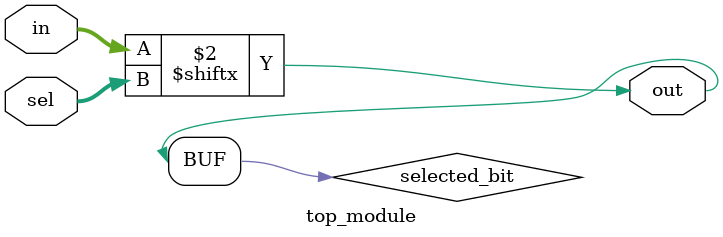
<source format=sv>
module top_module (
	input [255:0] in,
	input [7:0] sel,
	output  out
);

	// This module uses a multiplexer to select the bit from the input vector based on the selection vector
	// The selected bit is assigned to the output
	
	reg selected_bit;
	
	always @(*) begin
		selected_bit = in[sel];
	end
	
	assign out = selected_bit;
	
endmodule

</source>
